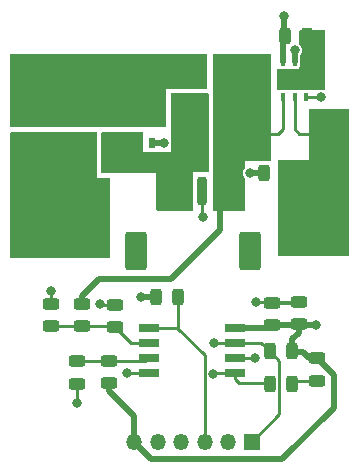
<source format=gbr>
%TF.GenerationSoftware,KiCad,Pcbnew,6.0.6-3a73a75311~116~ubuntu22.04.1*%
%TF.CreationDate,2022-08-06T20:48:40+02:00*%
%TF.ProjectId,buck_3a_v4,6275636b-5f33-4615-9f76-342e6b696361,rev?*%
%TF.SameCoordinates,Original*%
%TF.FileFunction,Copper,L1,Top*%
%TF.FilePolarity,Positive*%
%FSLAX46Y46*%
G04 Gerber Fmt 4.6, Leading zero omitted, Abs format (unit mm)*
G04 Created by KiCad (PCBNEW 6.0.6-3a73a75311~116~ubuntu22.04.1) date 2022-08-06 20:48:40*
%MOMM*%
%LPD*%
G01*
G04 APERTURE LIST*
G04 Aperture macros list*
%AMRoundRect*
0 Rectangle with rounded corners*
0 $1 Rounding radius*
0 $2 $3 $4 $5 $6 $7 $8 $9 X,Y pos of 4 corners*
0 Add a 4 corners polygon primitive as box body*
4,1,4,$2,$3,$4,$5,$6,$7,$8,$9,$2,$3,0*
0 Add four circle primitives for the rounded corners*
1,1,$1+$1,$2,$3*
1,1,$1+$1,$4,$5*
1,1,$1+$1,$6,$7*
1,1,$1+$1,$8,$9*
0 Add four rect primitives between the rounded corners*
20,1,$1+$1,$2,$3,$4,$5,0*
20,1,$1+$1,$4,$5,$6,$7,0*
20,1,$1+$1,$6,$7,$8,$9,0*
20,1,$1+$1,$8,$9,$2,$3,0*%
G04 Aperture macros list end*
%TA.AperFunction,SMDPad,CuDef*%
%ADD10RoundRect,0.243750X-0.456250X0.243750X-0.456250X-0.243750X0.456250X-0.243750X0.456250X0.243750X0*%
%TD*%
%TA.AperFunction,SMDPad,CuDef*%
%ADD11RoundRect,0.243750X-0.243750X-0.456250X0.243750X-0.456250X0.243750X0.456250X-0.243750X0.456250X0*%
%TD*%
%TA.AperFunction,SMDPad,CuDef*%
%ADD12RoundRect,0.250000X0.375000X1.075000X-0.375000X1.075000X-0.375000X-1.075000X0.375000X-1.075000X0*%
%TD*%
%TA.AperFunction,SMDPad,CuDef*%
%ADD13R,3.400000X2.000000*%
%TD*%
%TA.AperFunction,SMDPad,CuDef*%
%ADD14R,2.500000X1.800000*%
%TD*%
%TA.AperFunction,SMDPad,CuDef*%
%ADD15RoundRect,0.243750X0.456250X-0.243750X0.456250X0.243750X-0.456250X0.243750X-0.456250X-0.243750X0*%
%TD*%
%TA.AperFunction,ComponentPad*%
%ADD16C,4.000000*%
%TD*%
%TA.AperFunction,SMDPad,CuDef*%
%ADD17RoundRect,0.250000X0.650000X1.400000X-0.650000X1.400000X-0.650000X-1.400000X0.650000X-1.400000X0*%
%TD*%
%TA.AperFunction,SMDPad,CuDef*%
%ADD18RoundRect,0.200000X0.200000X1.000000X-0.200000X1.000000X-0.200000X-1.000000X0.200000X-1.000000X0*%
%TD*%
%TA.AperFunction,ComponentPad*%
%ADD19O,1.350000X1.350000*%
%TD*%
%TA.AperFunction,ComponentPad*%
%ADD20R,1.350000X1.350000*%
%TD*%
%TA.AperFunction,SMDPad,CuDef*%
%ADD21R,1.700000X0.650000*%
%TD*%
%TA.AperFunction,SMDPad,CuDef*%
%ADD22R,0.420000X0.760000*%
%TD*%
%TA.AperFunction,SMDPad,CuDef*%
%ADD23R,2.300000X1.500000*%
%TD*%
%TA.AperFunction,SMDPad,CuDef*%
%ADD24RoundRect,0.243750X0.243750X0.456250X-0.243750X0.456250X-0.243750X-0.456250X0.243750X-0.456250X0*%
%TD*%
%TA.AperFunction,SMDPad,CuDef*%
%ADD25RoundRect,0.250000X0.425000X1.425000X-0.425000X1.425000X-0.425000X-1.425000X0.425000X-1.425000X0*%
%TD*%
%TA.AperFunction,SMDPad,CuDef*%
%ADD26R,4.410000X4.550000*%
%TD*%
%TA.AperFunction,SMDPad,CuDef*%
%ADD27R,0.500000X0.850000*%
%TD*%
%TA.AperFunction,ViaPad*%
%ADD28C,0.800000*%
%TD*%
%TA.AperFunction,Conductor*%
%ADD29C,0.250000*%
%TD*%
%TA.AperFunction,Conductor*%
%ADD30C,0.500000*%
%TD*%
G04 APERTURE END LIST*
D10*
%TO.P,R8,2*%
%TO.N,GND*%
X40200000Y-63537500D03*
%TO.P,R8,1*%
%TO.N,/TMESS*%
X40200000Y-61662500D03*
%TD*%
D11*
%TO.P,C3,2*%
%TO.N,Net-(C3-Pad2)*%
X57900000Y-45700000D03*
%TO.P,C3,1*%
%TO.N,Net-(C3-Pad1)*%
X56025000Y-45700000D03*
%TD*%
%TO.P,C7,2*%
%TO.N,GND*%
X59637500Y-34100000D03*
%TO.P,C7,1*%
%TO.N,+5V*%
X57762500Y-34100000D03*
%TD*%
D12*
%TO.P,C1,2*%
%TO.N,GND*%
X50000000Y-42800000D03*
%TO.P,C1,1*%
%TO.N,VCC*%
X52800000Y-42800000D03*
%TD*%
D13*
%TO.P,L1,2*%
%TO.N,Net-(D1-Pad2)*%
X37800000Y-37850000D03*
%TO.P,L1,1*%
%TO.N,Net-(C3-Pad1)*%
X37800000Y-43550000D03*
%TD*%
D14*
%TO.P,D1,2*%
%TO.N,Net-(D1-Pad2)*%
X49400000Y-36900000D03*
%TO.P,D1,1*%
%TO.N,VCC*%
X53400000Y-36900000D03*
%TD*%
D15*
%TO.P,C6,2*%
%TO.N,GND*%
X43400000Y-56862500D03*
%TO.P,C6,1*%
%TO.N,/VMESS*%
X43400000Y-58737500D03*
%TD*%
D16*
%TO.P,LED+,1*%
%TO.N,Net-(C3-Pad2)*%
X60000000Y-50000000D03*
%TD*%
%TO.P,LED-,1*%
%TO.N,Net-(C3-Pad1)*%
X40000000Y-50000000D03*
%TD*%
D17*
%TO.P,J3,MP*%
%TO.N,N/C*%
X45150000Y-52300000D03*
X54850000Y-52300000D03*
D18*
%TO.P,J3,4*%
%TO.N,GND*%
X47750000Y-47250000D03*
%TO.P,J3,3*%
X49250000Y-47250000D03*
%TO.P,J3,2*%
%TO.N,/MODE*%
X50750000Y-47250000D03*
%TO.P,J3,1*%
%TO.N,VCC*%
X52250000Y-47250000D03*
%TD*%
D19*
%TO.P,J5,6*%
%TO.N,+5V*%
X44996000Y-68466000D03*
%TO.P,J5,5*%
%TO.N,GND*%
X46996000Y-68466000D03*
%TO.P,J5,4*%
%TO.N,/LED*%
X48996000Y-68466000D03*
%TO.P,J5,3*%
%TO.N,/RESET*%
X50996000Y-68466000D03*
%TO.P,J5,2*%
%TO.N,/PWM*%
X52996000Y-68466000D03*
D20*
%TO.P,J5,1*%
%TO.N,/MODE*%
X54996000Y-68466000D03*
%TD*%
D21*
%TO.P,U2,8*%
%TO.N,+5V*%
X53546000Y-58811000D03*
%TO.P,U2,7*%
%TO.N,/MODE*%
X53546000Y-60081000D03*
%TO.P,U2,6*%
%TO.N,/PWM*%
X53546000Y-61351000D03*
%TO.P,U2,5*%
%TO.N,/LED*%
X53546000Y-62621000D03*
%TO.P,U2,4*%
%TO.N,GND*%
X46246000Y-62621000D03*
%TO.P,U2,3*%
%TO.N,/TMESS*%
X46246000Y-61351000D03*
%TO.P,U2,2*%
%TO.N,/VMESS*%
X46246000Y-60081000D03*
%TO.P,U2,1*%
%TO.N,/RESET*%
X46246000Y-58811000D03*
%TD*%
D22*
%TO.P,U1,1*%
%TO.N,VCC*%
X57650000Y-39285000D03*
%TO.P,U1,2*%
%TO.N,Net-(C3-Pad2)*%
X58600000Y-39285000D03*
%TO.P,U1,3*%
%TO.N,/PWM*%
X59550000Y-39285000D03*
%TO.P,U1,4*%
%TO.N,GND*%
X59550000Y-36315000D03*
%TO.P,U1,5*%
%TO.N,Net-(Q1-Pad4)*%
X58600000Y-36315000D03*
%TO.P,U1,6*%
%TO.N,+5V*%
X57650000Y-36315000D03*
D23*
%TO.P,U1,7*%
%TO.N,GND*%
X58600000Y-37800000D03*
%TD*%
D11*
%TO.P,R7,2*%
%TO.N,/RESET*%
X48737500Y-56200000D03*
%TO.P,R7,1*%
%TO.N,+5V*%
X46862500Y-56200000D03*
%TD*%
D15*
%TO.P,R6,2*%
%TO.N,/TMESS*%
X42846000Y-61641000D03*
%TO.P,R6,1*%
%TO.N,+5V*%
X42846000Y-63516000D03*
%TD*%
%TO.P,R5,2*%
%TO.N,+5V*%
X60500000Y-61400000D03*
%TO.P,R5,1*%
%TO.N,Net-(D2-Pad2)*%
X60500000Y-63275000D03*
%TD*%
%TO.P,R4,2*%
%TO.N,GND*%
X37946000Y-56778500D03*
%TO.P,R4,1*%
%TO.N,/VMESS*%
X37946000Y-58653500D03*
%TD*%
D10*
%TO.P,R3,2*%
%TO.N,/VMESS*%
X40596000Y-58653500D03*
%TO.P,R3,1*%
%TO.N,VCC*%
X40596000Y-56778500D03*
%TD*%
D24*
%TO.P,R2,2*%
%TO.N,/MODE*%
X56508500Y-60816000D03*
%TO.P,R2,1*%
%TO.N,+5V*%
X58383500Y-60816000D03*
%TD*%
D25*
%TO.P,R1,2*%
%TO.N,VCC*%
X55300000Y-42400000D03*
%TO.P,R1,1*%
%TO.N,Net-(C3-Pad2)*%
X61100000Y-42400000D03*
%TD*%
D26*
%TO.P,Q1,5*%
%TO.N,Net-(D1-Pad2)*%
X44600000Y-39250000D03*
D27*
%TO.P,Q1,4*%
%TO.N,Net-(Q1-Pad4)*%
X46505000Y-43200000D03*
%TO.P,Q1,3*%
%TO.N,GND*%
X45235000Y-43200000D03*
%TO.P,Q1,2*%
X43965000Y-43200000D03*
%TO.P,Q1,1*%
X42695000Y-43200000D03*
%TD*%
D11*
%TO.P,D2,2*%
%TO.N,Net-(D2-Pad2)*%
X58375000Y-63600000D03*
%TO.P,D2,1*%
%TO.N,/LED*%
X56500000Y-63600000D03*
%TD*%
D15*
%TO.P,C5,2*%
%TO.N,GND*%
X58946000Y-56641000D03*
%TO.P,C5,1*%
%TO.N,+5V*%
X58946000Y-58516000D03*
%TD*%
%TO.P,C4,2*%
%TO.N,GND*%
X56646000Y-56678500D03*
%TO.P,C4,1*%
%TO.N,+5V*%
X56646000Y-58553500D03*
%TD*%
D24*
%TO.P,C2,2*%
%TO.N,GND*%
X50662500Y-39900000D03*
%TO.P,C2,1*%
%TO.N,VCC*%
X52537500Y-39900000D03*
%TD*%
D28*
%TO.N,GND*%
X59200000Y-37800000D03*
X57900000Y-37800000D03*
X44421000Y-62621000D03*
X45200000Y-44700000D03*
X44200000Y-44700000D03*
X43200000Y-44700000D03*
X37946002Y-55653998D03*
X55300000Y-56600000D03*
X60600000Y-37800000D03*
X60600000Y-36400000D03*
X46300000Y-44700000D03*
X48300000Y-44700000D03*
X47300000Y-44700000D03*
X42100000Y-56800000D03*
X40200000Y-65200000D03*
%TO.N,Net-(C3-Pad1)*%
X54800000Y-45700000D03*
%TO.N,+5V*%
X45600002Y-56200000D03*
X60446483Y-58553517D03*
X57700002Y-32400000D03*
%TO.N,/LED*%
X51721000Y-62700000D03*
%TO.N,/MODE*%
X50800000Y-49400000D03*
X51781000Y-60081000D03*
%TO.N,/PWM*%
X55200000Y-61400000D03*
X60800000Y-39300000D03*
%TO.N,Net-(Q1-Pad4)*%
X58600000Y-35300000D03*
X47499998Y-43200000D03*
%TD*%
D29*
%TO.N,GND*%
X46246000Y-62621000D02*
X44421000Y-62621000D01*
X58908500Y-56678500D02*
X58946000Y-56641000D01*
X56646000Y-56678500D02*
X58908500Y-56678500D01*
X37946000Y-56778500D02*
X37946000Y-55654000D01*
X37946000Y-55654000D02*
X37946002Y-55653998D01*
X55341000Y-56641000D02*
X55300000Y-56600000D01*
X58946000Y-56641000D02*
X55341000Y-56641000D01*
X59600000Y-36265000D02*
X59550000Y-36315000D01*
X42162500Y-56862500D02*
X42100000Y-56800000D01*
X43400000Y-56862500D02*
X42162500Y-56862500D01*
X40200000Y-63537500D02*
X40200000Y-65200000D01*
%TO.N,VCC*%
X57200000Y-42400000D02*
X57650000Y-41950000D01*
X57650000Y-41950000D02*
X57650000Y-39285000D01*
X55300000Y-42400000D02*
X57200000Y-42400000D01*
X52300000Y-47300000D02*
X52250000Y-47250000D01*
D30*
X52300000Y-50500000D02*
X52300000Y-47300000D01*
X48100000Y-54700000D02*
X52300000Y-50500000D01*
X42000000Y-54700000D02*
X48100000Y-54700000D01*
X40596000Y-56104000D02*
X42000000Y-54700000D01*
X40596000Y-56778500D02*
X40596000Y-56104000D01*
%TO.N,Net-(C3-Pad1)*%
X56025000Y-45700000D02*
X54800000Y-45700000D01*
D29*
%TO.N,+5V*%
X53557000Y-58800000D02*
X53546000Y-58811000D01*
X56399500Y-58800000D02*
X56646000Y-58553500D01*
X58908500Y-58553500D02*
X58946000Y-58516000D01*
D30*
X59800000Y-61400000D02*
X59300000Y-60900000D01*
D29*
X60500000Y-61400000D02*
X59800000Y-61400000D01*
X58467500Y-60900000D02*
X58383500Y-60816000D01*
D30*
X59300000Y-60900000D02*
X58467500Y-60900000D01*
D29*
X58400000Y-60799500D02*
X58383500Y-60816000D01*
D30*
X58400000Y-59800000D02*
X58400000Y-60799500D01*
X58946000Y-59254000D02*
X58400000Y-59800000D01*
X58946000Y-58516000D02*
X58946000Y-59254000D01*
X42846000Y-63516000D02*
X42846000Y-64146000D01*
X44996000Y-66296000D02*
X44996000Y-68466000D01*
X42846000Y-64146000D02*
X44996000Y-66296000D01*
X46862500Y-56200000D02*
X45600002Y-56200000D01*
X46430000Y-69900000D02*
X44996000Y-68466000D01*
X57561106Y-69900000D02*
X46430000Y-69900000D01*
X61900000Y-65561106D02*
X57561106Y-69900000D01*
X61900000Y-62800000D02*
X61900000Y-65561106D01*
X60500000Y-61400000D02*
X61900000Y-62800000D01*
X56646000Y-58553500D02*
X58908500Y-58553500D01*
X53557000Y-58800000D02*
X56399501Y-58800000D01*
X56399500Y-58800000D02*
X56399501Y-58800000D01*
X56399501Y-58800000D02*
X56645984Y-58553517D01*
X56645984Y-58553517D02*
X59880798Y-58553517D01*
X59880798Y-58553517D02*
X60446483Y-58553517D01*
D29*
X57700000Y-34475000D02*
X57725000Y-34500000D01*
X57650000Y-34575000D02*
X57725000Y-34500000D01*
D30*
X57650000Y-36315000D02*
X57650000Y-34575000D01*
X57700000Y-34475000D02*
X57700000Y-33000000D01*
X57700000Y-33000000D02*
X57700000Y-32400002D01*
X57700000Y-32400002D02*
X57700002Y-32400000D01*
D29*
%TO.N,Net-(D2-Pad2)*%
X60475000Y-63300000D02*
X60500000Y-63275000D01*
X58675000Y-63300000D02*
X60475000Y-63300000D01*
X58375000Y-63600000D02*
X58675000Y-63300000D01*
%TO.N,/LED*%
X53546000Y-63146000D02*
X53546000Y-62621000D01*
X53900000Y-63500000D02*
X53546000Y-63146000D01*
X56121000Y-63500000D02*
X53900000Y-63500000D01*
X51800000Y-62621000D02*
X51721000Y-62700000D01*
X53546000Y-62621000D02*
X51800000Y-62621000D01*
%TO.N,/MODE*%
X51781000Y-60081000D02*
X53546000Y-60081000D01*
X55773500Y-60081000D02*
X56508500Y-60816000D01*
X53546000Y-60081000D02*
X55773500Y-60081000D01*
X56508500Y-60816000D02*
X57312510Y-61620010D01*
X57312510Y-61620010D02*
X57312510Y-66149490D01*
X57312510Y-66149490D02*
X54996000Y-68466000D01*
X50750000Y-49350000D02*
X50800000Y-49400000D01*
X50750000Y-47250000D02*
X50750000Y-49350000D01*
%TO.N,/TMESS*%
X45956000Y-61641000D02*
X46246000Y-61351000D01*
X42846000Y-61641000D02*
X45956000Y-61641000D01*
X40221500Y-61641000D02*
X40200000Y-61662500D01*
X42846000Y-61641000D02*
X40221500Y-61641000D01*
%TO.N,/RESET*%
X45988500Y-58553500D02*
X46246000Y-58811000D01*
X46246000Y-58811000D02*
X48189000Y-58811000D01*
X50996000Y-61128500D02*
X50996000Y-68466000D01*
X48678500Y-58811000D02*
X50996000Y-61128500D01*
X47811000Y-58811000D02*
X48678500Y-58811000D01*
X48737500Y-58752000D02*
X48678500Y-58811000D01*
X48737500Y-56200000D02*
X48737500Y-58752000D01*
%TO.N,/PWM*%
X55151000Y-61351000D02*
X55200000Y-61400000D01*
X53546000Y-61351000D02*
X55151000Y-61351000D01*
X59565000Y-39300000D02*
X59550000Y-39285000D01*
X60800000Y-39300000D02*
X59565000Y-39300000D01*
D30*
%TO.N,Net-(Q1-Pad4)*%
X58600000Y-36315000D02*
X58600000Y-35300000D01*
X46505000Y-43200000D02*
X47499998Y-43200000D01*
D29*
%TO.N,/VMESS*%
X37946000Y-58653500D02*
X40596000Y-58653500D01*
X43316000Y-58653500D02*
X43400000Y-58737500D01*
X40596000Y-58653500D02*
X43316000Y-58653500D01*
X44743500Y-60081000D02*
X46246000Y-60081000D01*
X43400000Y-58737500D02*
X44743500Y-60081000D01*
%TO.N,Net-(C3-Pad2)*%
X58600000Y-42000000D02*
X58600000Y-39285000D01*
X59000000Y-42400000D02*
X58600000Y-42000000D01*
X61100000Y-42400000D02*
X59000000Y-42400000D01*
%TD*%
%TA.AperFunction,Conductor*%
%TO.N,GND*%
G36*
X51292121Y-38920002D02*
G01*
X51338614Y-38973658D01*
X51350000Y-39026000D01*
X51350001Y-45473846D01*
X51329999Y-45541967D01*
X51276343Y-45588460D01*
X51224039Y-45599846D01*
X50000000Y-45600191D01*
X50000000Y-45613729D01*
X50000001Y-48774000D01*
X49979999Y-48842121D01*
X49926343Y-48888614D01*
X49874001Y-48900000D01*
X47026000Y-48900000D01*
X46957879Y-48879998D01*
X46911386Y-48826342D01*
X46900000Y-48774000D01*
X46900000Y-45700000D01*
X42326000Y-45700000D01*
X42257879Y-45679998D01*
X42211386Y-45626342D01*
X42200000Y-45574000D01*
X42200000Y-42375976D01*
X42220002Y-42307855D01*
X42273658Y-42261362D01*
X42326002Y-42249976D01*
X43999662Y-42250000D01*
X45674002Y-42250025D01*
X45742122Y-42270028D01*
X45788614Y-42323684D01*
X45800000Y-42376025D01*
X45800000Y-43899948D01*
X46783898Y-43899970D01*
X48081883Y-43900000D01*
X48100000Y-43900000D01*
X48102000Y-43481085D01*
X48111092Y-43434691D01*
X48134004Y-43377695D01*
X48136840Y-43370641D01*
X48159160Y-43213807D01*
X48159305Y-43200000D01*
X48140274Y-43042733D01*
X48112789Y-42969997D01*
X48104656Y-42924857D01*
X48123274Y-39025398D01*
X48143602Y-38957374D01*
X48197479Y-38911138D01*
X48249273Y-38900000D01*
X51224000Y-38900000D01*
X51292121Y-38920002D01*
G37*
%TD.AperFunction*%
%TD*%
%TA.AperFunction,Conductor*%
%TO.N,GND*%
G36*
X61173566Y-33617313D02*
G01*
X61198876Y-33661150D01*
X61200000Y-33674000D01*
X61200000Y-38626000D01*
X61182687Y-38673566D01*
X61138850Y-38698876D01*
X61126000Y-38700000D01*
X60848010Y-38700000D01*
X60838351Y-38699367D01*
X60834622Y-38698876D01*
X60800000Y-38694318D01*
X60765379Y-38698876D01*
X60761649Y-38699367D01*
X60751990Y-38700000D01*
X57174000Y-38700000D01*
X57126434Y-38682687D01*
X57101124Y-38638850D01*
X57100000Y-38626000D01*
X57100000Y-36974000D01*
X57117313Y-36926434D01*
X57161150Y-36901124D01*
X57174000Y-36900000D01*
X59000000Y-36900000D01*
X59000000Y-36774823D01*
X59001422Y-36760386D01*
X59009790Y-36718318D01*
X59009790Y-36718317D01*
X59010500Y-36714748D01*
X59010500Y-36522523D01*
X59013945Y-36500209D01*
X59048706Y-36390298D01*
X59049980Y-36386270D01*
X59050500Y-36379663D01*
X59050500Y-35724446D01*
X59065792Y-35679398D01*
X59121584Y-35606689D01*
X59121586Y-35606686D01*
X59124536Y-35602841D01*
X59185044Y-35456762D01*
X59205682Y-35300000D01*
X59185044Y-35143238D01*
X59124536Y-34997159D01*
X59121586Y-34993315D01*
X59121584Y-34993311D01*
X59031236Y-34875568D01*
X59028282Y-34871718D01*
X59024434Y-34868765D01*
X59021672Y-34866003D01*
X59000281Y-34820126D01*
X59000000Y-34813679D01*
X59000000Y-33674000D01*
X59017313Y-33626434D01*
X59061150Y-33601124D01*
X59074000Y-33600000D01*
X61126000Y-33600000D01*
X61173566Y-33617313D01*
G37*
%TD.AperFunction*%
%TD*%
%TA.AperFunction,Conductor*%
%TO.N,Net-(C3-Pad2)*%
G36*
X63173566Y-40317313D02*
G01*
X63198876Y-40361150D01*
X63200000Y-40374000D01*
X63200000Y-52626000D01*
X63182687Y-52673566D01*
X63138850Y-52698876D01*
X63126000Y-52700000D01*
X57274000Y-52700000D01*
X57226434Y-52682687D01*
X57201124Y-52638850D01*
X57200000Y-52626000D01*
X57200000Y-44674000D01*
X57217313Y-44626434D01*
X57261150Y-44601124D01*
X57274000Y-44600000D01*
X59800000Y-44600000D01*
X59800000Y-40374000D01*
X59817313Y-40326434D01*
X59861150Y-40301124D01*
X59874000Y-40300000D01*
X63126000Y-40300000D01*
X63173566Y-40317313D01*
G37*
%TD.AperFunction*%
%TD*%
%TA.AperFunction,Conductor*%
%TO.N,VCC*%
G36*
X56572991Y-35617586D02*
G01*
X56598742Y-35661166D01*
X56600000Y-35674751D01*
X56600000Y-44626000D01*
X56582687Y-44673566D01*
X56538850Y-44698876D01*
X56526000Y-44700000D01*
X54400000Y-44700000D01*
X54400000Y-45213679D01*
X54382687Y-45261245D01*
X54378328Y-45266003D01*
X54375566Y-45268765D01*
X54371718Y-45271718D01*
X54368764Y-45275568D01*
X54278416Y-45393311D01*
X54278414Y-45393315D01*
X54275464Y-45397159D01*
X54214956Y-45543238D01*
X54194318Y-45700000D01*
X54214956Y-45856762D01*
X54275464Y-46002841D01*
X54278414Y-46006685D01*
X54278416Y-46006689D01*
X54347839Y-46097162D01*
X54371718Y-46128282D01*
X54375566Y-46131235D01*
X54378328Y-46133997D01*
X54399719Y-46179874D01*
X54400000Y-46186321D01*
X54400000Y-48827333D01*
X54382687Y-48874899D01*
X54338850Y-48900209D01*
X54327345Y-48901321D01*
X51725345Y-48948630D01*
X51677472Y-48932185D01*
X51651370Y-48888815D01*
X51650000Y-48874642D01*
X51650000Y-35723256D01*
X51667313Y-35675690D01*
X51711150Y-35650380D01*
X51723252Y-35649260D01*
X56525253Y-35600755D01*
X56572991Y-35617586D01*
G37*
%TD.AperFunction*%
%TD*%
%TA.AperFunction,Conductor*%
%TO.N,Net-(C3-Pad1)*%
G36*
X41873566Y-42267313D02*
G01*
X41898876Y-42311150D01*
X41900000Y-42324000D01*
X41900000Y-46100000D01*
X42926000Y-46100000D01*
X42973566Y-46117313D01*
X42998876Y-46161150D01*
X43000000Y-46174000D01*
X43000000Y-52826000D01*
X42982687Y-52873566D01*
X42938850Y-52898876D01*
X42926000Y-52900000D01*
X34574000Y-52900000D01*
X34526434Y-52882687D01*
X34501124Y-52838850D01*
X34500000Y-52826000D01*
X34500000Y-42324000D01*
X34517313Y-42276434D01*
X34561150Y-42251124D01*
X34574000Y-42250000D01*
X41826000Y-42250000D01*
X41873566Y-42267313D01*
G37*
%TD.AperFunction*%
%TD*%
%TA.AperFunction,Conductor*%
%TO.N,Net-(D1-Pad2)*%
G36*
X51173566Y-35617313D02*
G01*
X51198876Y-35661150D01*
X51200000Y-35674000D01*
X51200000Y-38526000D01*
X51182687Y-38573566D01*
X51138850Y-38598876D01*
X51126000Y-38600000D01*
X47700000Y-38600000D01*
X47700000Y-41726000D01*
X47682687Y-41773566D01*
X47638850Y-41798876D01*
X47626000Y-41800000D01*
X34574000Y-41800000D01*
X34526434Y-41782687D01*
X34501124Y-41738850D01*
X34500000Y-41726000D01*
X34500000Y-35674000D01*
X34517313Y-35626434D01*
X34561150Y-35601124D01*
X34574000Y-35600000D01*
X51126000Y-35600000D01*
X51173566Y-35617313D01*
G37*
%TD.AperFunction*%
%TD*%
M02*

</source>
